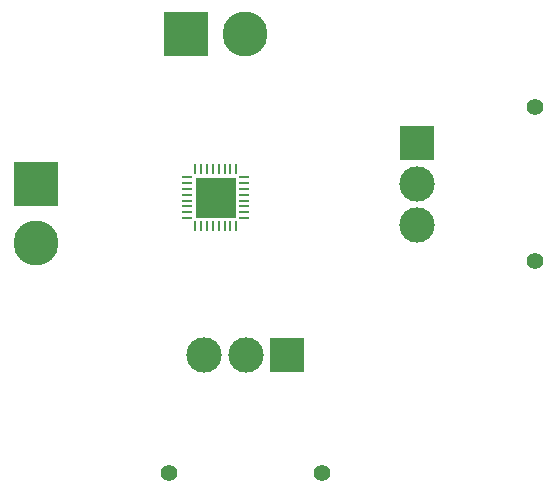
<source format=gbr>
%TF.GenerationSoftware,KiCad,Pcbnew,(6.0.9)*%
%TF.CreationDate,2022-11-29T22:08:51-03:00*%
%TF.ProjectId,luz_inteligente,6c757a5f-696e-4746-956c-6967656e7465,rev?*%
%TF.SameCoordinates,Original*%
%TF.FileFunction,Soldermask,Top*%
%TF.FilePolarity,Negative*%
%FSLAX46Y46*%
G04 Gerber Fmt 4.6, Leading zero omitted, Abs format (unit mm)*
G04 Created by KiCad (PCBNEW (6.0.9)) date 2022-11-29 22:08:51*
%MOMM*%
%LPD*%
G01*
G04 APERTURE LIST*
G04 Aperture macros list*
%AMRoundRect*
0 Rectangle with rounded corners*
0 $1 Rounding radius*
0 $2 $3 $4 $5 $6 $7 $8 $9 X,Y pos of 4 corners*
0 Add a 4 corners polygon primitive as box body*
4,1,4,$2,$3,$4,$5,$6,$7,$8,$9,$2,$3,0*
0 Add four circle primitives for the rounded corners*
1,1,$1+$1,$2,$3*
1,1,$1+$1,$4,$5*
1,1,$1+$1,$6,$7*
1,1,$1+$1,$8,$9*
0 Add four rect primitives between the rounded corners*
20,1,$1+$1,$2,$3,$4,$5,0*
20,1,$1+$1,$4,$5,$6,$7,0*
20,1,$1+$1,$6,$7,$8,$9,0*
20,1,$1+$1,$8,$9,$2,$3,0*%
G04 Aperture macros list end*
%ADD10C,3.000000*%
%ADD11R,3.000000X3.000000*%
%ADD12C,1.400000*%
%ADD13R,3.800000X3.800000*%
%ADD14C,3.800000*%
%ADD15RoundRect,0.062500X-0.375000X-0.062500X0.375000X-0.062500X0.375000X0.062500X-0.375000X0.062500X0*%
%ADD16RoundRect,0.062500X-0.062500X-0.375000X0.062500X-0.375000X0.062500X0.375000X-0.062500X0.375000X0*%
%ADD17R,3.450000X3.450000*%
G04 APERTURE END LIST*
D10*
%TO.C,KY-037-connectors1*%
X72700000Y-57650000D03*
X76200000Y-57650000D03*
D11*
X79700000Y-57650000D03*
D12*
X82700000Y-67650000D03*
X69700000Y-67650000D03*
%TD*%
D13*
%TO.C,J1*%
X71120000Y-30480000D03*
D14*
X76120000Y-30480000D03*
%TD*%
D10*
%TO.C,HC-SR501-connectors1*%
X90670000Y-46680000D03*
X90670000Y-43180000D03*
D11*
X90670000Y-39680000D03*
D12*
X100670000Y-36680000D03*
X100670000Y-49680000D03*
%TD*%
D13*
%TO.C,Alimenta\u00E7\u00E3o1*%
X58420000Y-43180000D03*
D14*
X58420000Y-48180000D03*
%TD*%
D15*
%TO.C,Microcontrolador1*%
X71222500Y-42580000D03*
X71222500Y-43080000D03*
X71222500Y-43580000D03*
X71222500Y-44080000D03*
X71222500Y-44580000D03*
X71222500Y-45080000D03*
X71222500Y-45580000D03*
X71222500Y-46080000D03*
D16*
X71910000Y-46767500D03*
X72410000Y-46767500D03*
X72910000Y-46767500D03*
X73410000Y-46767500D03*
X73910000Y-46767500D03*
X74410000Y-46767500D03*
X74910000Y-46767500D03*
X75410000Y-46767500D03*
D15*
X76097500Y-46080000D03*
X76097500Y-45580000D03*
X76097500Y-45080000D03*
X76097500Y-44580000D03*
X76097500Y-44080000D03*
X76097500Y-43580000D03*
X76097500Y-43080000D03*
X76097500Y-42580000D03*
D16*
X75410000Y-41892500D03*
X74910000Y-41892500D03*
X74410000Y-41892500D03*
X73910000Y-41892500D03*
X73410000Y-41892500D03*
X72910000Y-41892500D03*
X72410000Y-41892500D03*
X71910000Y-41892500D03*
D17*
X73660000Y-44330000D03*
%TD*%
M02*

</source>
